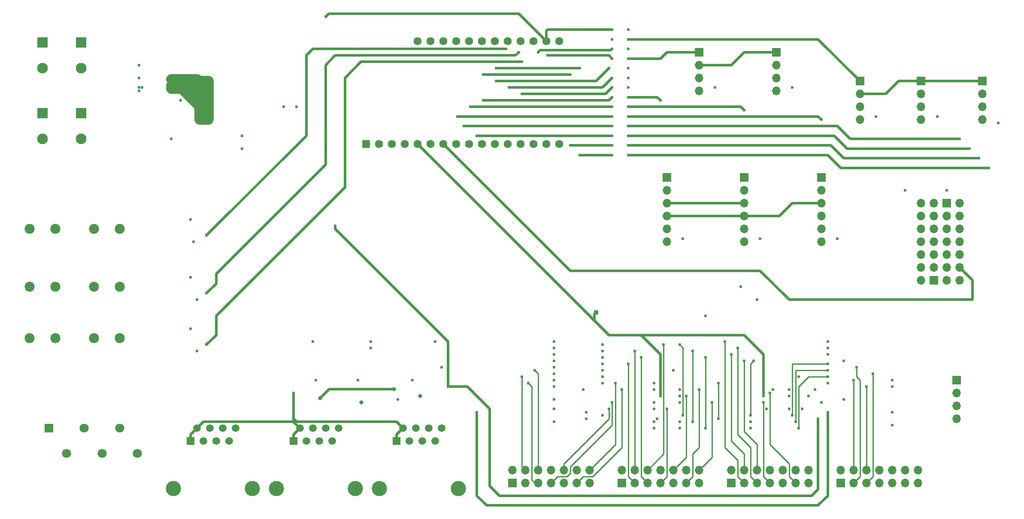
<source format=gbr>
G04 #@! TF.GenerationSoftware,KiCad,Pcbnew,(5.1.5)-3*
G04 #@! TF.CreationDate,2021-06-03T21:37:04-07:00*
G04 #@! TF.ProjectId,GrowController,47726f77-436f-46e7-9472-6f6c6c65722e,rev?*
G04 #@! TF.SameCoordinates,Original*
G04 #@! TF.FileFunction,Copper,L3,Inr*
G04 #@! TF.FilePolarity,Positive*
%FSLAX46Y46*%
G04 Gerber Fmt 4.6, Leading zero omitted, Abs format (unit mm)*
G04 Created by KiCad (PCBNEW (5.1.5)-3) date 2021-06-03 21:37:04*
%MOMM*%
%LPD*%
G04 APERTURE LIST*
%ADD10R,0.850000X0.850000*%
%ADD11R,1.700000X1.700000*%
%ADD12O,1.700000X1.700000*%
%ADD13C,3.000000*%
%ADD14C,1.500000*%
%ADD15R,1.500000X1.500000*%
%ADD16C,1.980000*%
%ADD17R,2.100000X2.100000*%
%ADD18C,2.100000*%
%ADD19R,1.800000X1.800000*%
%ADD20C,1.800000*%
%ADD21R,1.600000X1.600000*%
%ADD22C,1.600000*%
%ADD23C,0.600000*%
%ADD24C,0.800000*%
%ADD25C,2.000000*%
%ADD26C,0.250000*%
%ADD27C,0.500000*%
G04 APERTURE END LIST*
D10*
X167640000Y-110490000D03*
D11*
X172720000Y-144145000D03*
D12*
X172720000Y-141605000D03*
X175260000Y-144145000D03*
X175260000Y-141605000D03*
X177800000Y-144145000D03*
X177800000Y-141605000D03*
X180340000Y-144145000D03*
X180340000Y-141605000D03*
X182880000Y-144145000D03*
X182880000Y-141605000D03*
X185420000Y-144145000D03*
X185420000Y-141605000D03*
X187960000Y-144145000D03*
X187960000Y-141605000D03*
X209550000Y-141605000D03*
X209550000Y-144145000D03*
X207010000Y-141605000D03*
X207010000Y-144145000D03*
X204470000Y-141605000D03*
X204470000Y-144145000D03*
X201930000Y-141605000D03*
X201930000Y-144145000D03*
X199390000Y-141605000D03*
X199390000Y-144145000D03*
X196850000Y-141605000D03*
X196850000Y-144145000D03*
X194310000Y-141605000D03*
D11*
X194310000Y-144145000D03*
D12*
X231140000Y-141605000D03*
X231140000Y-144145000D03*
X228600000Y-141605000D03*
X228600000Y-144145000D03*
X226060000Y-141605000D03*
X226060000Y-144145000D03*
X223520000Y-141605000D03*
X223520000Y-144145000D03*
X220980000Y-141605000D03*
X220980000Y-144145000D03*
X218440000Y-141605000D03*
X218440000Y-144145000D03*
X215900000Y-141605000D03*
D11*
X215900000Y-144145000D03*
X151130000Y-144145000D03*
D12*
X151130000Y-141605000D03*
X153670000Y-144145000D03*
X153670000Y-141605000D03*
X156210000Y-144145000D03*
X156210000Y-141605000D03*
X158750000Y-144145000D03*
X158750000Y-141605000D03*
X161290000Y-144145000D03*
X161290000Y-141605000D03*
X163830000Y-144145000D03*
X163830000Y-141605000D03*
X166370000Y-144145000D03*
X166370000Y-141605000D03*
D13*
X120165000Y-145290000D03*
D14*
X110490000Y-135890000D03*
X113030000Y-135890000D03*
X111760000Y-133350000D03*
X115570000Y-135890000D03*
D15*
X107950000Y-135890000D03*
D14*
X109220000Y-133350000D03*
D13*
X104625000Y-145290000D03*
D14*
X116840000Y-133350000D03*
X114300000Y-133350000D03*
X93980000Y-133350000D03*
X96520000Y-133350000D03*
D13*
X84305000Y-145290000D03*
D14*
X88900000Y-133350000D03*
D15*
X87630000Y-135890000D03*
D14*
X95250000Y-135890000D03*
X91440000Y-133350000D03*
X92710000Y-135890000D03*
X90170000Y-135890000D03*
D13*
X99845000Y-145290000D03*
X140485000Y-145290000D03*
D14*
X130810000Y-135890000D03*
X133350000Y-135890000D03*
X132080000Y-133350000D03*
X135890000Y-135890000D03*
D15*
X128270000Y-135890000D03*
D14*
X129540000Y-133350000D03*
D13*
X124945000Y-145290000D03*
D14*
X137160000Y-133350000D03*
X134620000Y-133350000D03*
D16*
X60960000Y-93980000D03*
X55880000Y-93980000D03*
X68580000Y-93980000D03*
X73660000Y-93980000D03*
X60960000Y-105410000D03*
X55880000Y-105410000D03*
X68580000Y-105410000D03*
X73660000Y-105410000D03*
X60960000Y-115570000D03*
X55880000Y-115570000D03*
X73660000Y-115570000D03*
X68580000Y-115570000D03*
D11*
X234315000Y-104140000D03*
D12*
X231775000Y-104140000D03*
X234315000Y-101600000D03*
X231775000Y-101600000D03*
X234315000Y-99060000D03*
X231775000Y-99060000D03*
X234315000Y-96520000D03*
X231775000Y-96520000D03*
X234315000Y-93980000D03*
X231775000Y-93980000D03*
X234315000Y-91440000D03*
X231775000Y-91440000D03*
X234315000Y-88900000D03*
X231775000Y-88900000D03*
X239395000Y-104140000D03*
X236855000Y-104140000D03*
X239395000Y-101600000D03*
X236855000Y-101600000D03*
X239395000Y-99060000D03*
X236855000Y-99060000D03*
X239395000Y-96520000D03*
X236855000Y-96520000D03*
X239395000Y-93980000D03*
X236855000Y-93980000D03*
X239395000Y-91440000D03*
X236855000Y-91440000D03*
X239395000Y-88900000D03*
D11*
X236855000Y-88900000D03*
D12*
X203200000Y-66675000D03*
X203200000Y-64135000D03*
X203200000Y-61595000D03*
D11*
X203200000Y-59055000D03*
D12*
X187960000Y-66675000D03*
X187960000Y-64135000D03*
X187960000Y-61595000D03*
D11*
X187960000Y-59055000D03*
D12*
X231775000Y-72390000D03*
X231775000Y-69850000D03*
X231775000Y-67310000D03*
D11*
X231775000Y-64770000D03*
X243840000Y-64770000D03*
D12*
X243840000Y-67310000D03*
X243840000Y-69850000D03*
X243840000Y-72390000D03*
X219710000Y-72390000D03*
X219710000Y-69850000D03*
X219710000Y-67310000D03*
D11*
X219710000Y-64770000D03*
X181610000Y-83820000D03*
D12*
X181610000Y-86360000D03*
X181610000Y-88900000D03*
X181610000Y-91440000D03*
X181610000Y-93980000D03*
X181610000Y-96520000D03*
X196850000Y-96520000D03*
X196850000Y-93980000D03*
X196850000Y-91440000D03*
X196850000Y-88900000D03*
X196850000Y-86360000D03*
D11*
X196850000Y-83820000D03*
D12*
X212090000Y-96520000D03*
X212090000Y-93980000D03*
X212090000Y-91440000D03*
X212090000Y-88900000D03*
X212090000Y-86360000D03*
D11*
X212090000Y-83820000D03*
D17*
X66040000Y-71120000D03*
D18*
X66040000Y-76200000D03*
D17*
X58420000Y-71120000D03*
D18*
X58420000Y-76200000D03*
X58420000Y-62230000D03*
D17*
X58420000Y-57150000D03*
D18*
X66040000Y-62230000D03*
D17*
X66040000Y-57150000D03*
D19*
X59690000Y-133350000D03*
D20*
X63190000Y-138350000D03*
X66690000Y-133350000D03*
X70190000Y-138350000D03*
X73690000Y-133350000D03*
X77190000Y-138350000D03*
D21*
X122301000Y-77216000D03*
D22*
X157861000Y-56896000D03*
X132461000Y-56896000D03*
X132461000Y-77216000D03*
X145161000Y-56896000D03*
X147701000Y-77216000D03*
X160401000Y-77216000D03*
X152781000Y-77216000D03*
X155321000Y-56896000D03*
X147701000Y-56896000D03*
X137541000Y-77216000D03*
X135001000Y-56896000D03*
X142621000Y-56896000D03*
X140081000Y-56896000D03*
X137541000Y-56896000D03*
X135001000Y-77216000D03*
X142621000Y-77216000D03*
X155321000Y-77216000D03*
X140081000Y-77216000D03*
X150241000Y-77216000D03*
X157861000Y-77216000D03*
X129921000Y-77216000D03*
X160401000Y-56896000D03*
X145161000Y-77216000D03*
X152781000Y-56896000D03*
X150241000Y-56896000D03*
X124841000Y-77216000D03*
X127381000Y-77216000D03*
D11*
X238760000Y-123825000D03*
D12*
X238760000Y-126365000D03*
X238760000Y-128905000D03*
X238760000Y-131445000D03*
D23*
X87630000Y-92075000D03*
X87630000Y-103505000D03*
X87630000Y-113665000D03*
X88900000Y-118110000D03*
X88900000Y-107950000D03*
X88265000Y-96520000D03*
X120650000Y-123825000D03*
X112395000Y-123825000D03*
X123190000Y-117475000D03*
X123190000Y-116205000D03*
X111760000Y-116205000D03*
X128577880Y-127635000D03*
X137160000Y-121285000D03*
X159385000Y-127635000D03*
X165735000Y-130175000D03*
X165735000Y-131445000D03*
X168910000Y-130810000D03*
X179070000Y-132080000D03*
X179070000Y-133350000D03*
X182880000Y-121920000D03*
X198120000Y-132080000D03*
X198120000Y-133350000D03*
X216535000Y-127635000D03*
X226060000Y-130175000D03*
X226060000Y-132715000D03*
X189230000Y-111125000D03*
X196215000Y-105410000D03*
X199390000Y-107950000D03*
X77470000Y-61595000D03*
X77470000Y-64135000D03*
X77470000Y-66675000D03*
X85725000Y-68580000D03*
X83820000Y-76200000D03*
X97790000Y-75565000D03*
X97790000Y-78105000D03*
X106045000Y-69850000D03*
X108585000Y-69850000D03*
X77470000Y-66040000D03*
X78105000Y-66040000D03*
X191135000Y-66040000D03*
X206375000Y-66040000D03*
X222885000Y-71755000D03*
X234950000Y-71755000D03*
X247015000Y-73025000D03*
X184785000Y-95885000D03*
X200025000Y-95885000D03*
X215265000Y-95885000D03*
X228600000Y-86360000D03*
X236855000Y-86360000D03*
X135890000Y-116205000D03*
X207645000Y-123190000D03*
D24*
X83820000Y-65405000D03*
X83820000Y-64135000D03*
X83820000Y-66675000D03*
X89154000Y-72390000D03*
X89154000Y-70231000D03*
X89154000Y-68072000D03*
X89154000Y-65786000D03*
X90170000Y-64770000D03*
X90170000Y-66675000D03*
X90170000Y-69215000D03*
X90170000Y-71374000D03*
X91186000Y-72390000D03*
X91186000Y-70104000D03*
X91186000Y-68199000D03*
X91186000Y-65659000D03*
D23*
X168910000Y-120650000D03*
X173990000Y-120650000D03*
X168910000Y-116840000D03*
X180975000Y-116840000D03*
X181610000Y-129540000D03*
X185420000Y-127000000D03*
X184150000Y-127000000D03*
X187960000Y-125730000D03*
X184150000Y-125730000D03*
X190500000Y-128270000D03*
X184150000Y-128270000D03*
X202565000Y-125730000D03*
X201930000Y-126365000D03*
X201295000Y-129540000D03*
X200660000Y-128270000D03*
X159385000Y-120015000D03*
X196850000Y-120015000D03*
X159400000Y-116200000D03*
X193040000Y-116205000D03*
X212090000Y-128270000D03*
X210820000Y-125730000D03*
X205740000Y-125730000D03*
X209550000Y-127000000D03*
X205740000Y-127000000D03*
X208280000Y-129540000D03*
X205740000Y-129540000D03*
X159385000Y-125095000D03*
X220980000Y-125095000D03*
X159385000Y-121285000D03*
X219075000Y-121285000D03*
X165100000Y-125730000D03*
X168910000Y-121920000D03*
X155575000Y-121920000D03*
X170815000Y-128270000D03*
X179070000Y-128270000D03*
X170180000Y-129540000D03*
X179070000Y-129540000D03*
X172720000Y-125730000D03*
X179070000Y-125730000D03*
X171450000Y-124460000D03*
X179070000Y-124460000D03*
X173990000Y-79375000D03*
X245110000Y-81915000D03*
X173990000Y-77470000D03*
X243205000Y-80010000D03*
X173990000Y-75565000D03*
X241300000Y-78105000D03*
X173990000Y-73660000D03*
X239395000Y-76200000D03*
X173990000Y-58420000D03*
X173990000Y-60325000D03*
X173990000Y-56515000D03*
X173990000Y-54610000D03*
X173990000Y-66040000D03*
X173990000Y-64135000D03*
X173990000Y-62230000D03*
X173990000Y-69850000D03*
X196850000Y-70485000D03*
X173990000Y-71755000D03*
X212090000Y-72390000D03*
X211455000Y-131445000D03*
X146685000Y-131445000D03*
X159385000Y-132080000D03*
X170815000Y-56515000D03*
X116205000Y-93345000D03*
X138430000Y-125095000D03*
X213360000Y-130175000D03*
X144145000Y-130175000D03*
X159385000Y-129540000D03*
X131445000Y-123825000D03*
X170815000Y-54610000D03*
X114300000Y-52070000D03*
X149860000Y-58420000D03*
X90805000Y-95250000D03*
X152400000Y-59055000D03*
X90805000Y-106680000D03*
X153035000Y-60960000D03*
X90805000Y-116840000D03*
X170815000Y-58420000D03*
X156210000Y-59055000D03*
X170815000Y-60325000D03*
X158115000Y-59690000D03*
X170180000Y-62230000D03*
X147955000Y-64770000D03*
X170815000Y-64135000D03*
X150495000Y-66040000D03*
X170815000Y-66040000D03*
X153035000Y-67310000D03*
X170815000Y-69850000D03*
X142875000Y-69850000D03*
X170815000Y-71755000D03*
X140335000Y-71755000D03*
X170815000Y-73660000D03*
X141605000Y-73660000D03*
X170815000Y-75565000D03*
X144145000Y-75565000D03*
X170815000Y-77470000D03*
X162560000Y-77470000D03*
X145415000Y-63500000D03*
X162560000Y-63500000D03*
X170815000Y-79375000D03*
X164465000Y-79375000D03*
X147955000Y-62230000D03*
X164465000Y-62230000D03*
X180340000Y-127000000D03*
X200660000Y-127000000D03*
X159385000Y-117475000D03*
X195580000Y-117475000D03*
X159385000Y-118745000D03*
X194310000Y-118745000D03*
X159385000Y-122555000D03*
X222250000Y-122555000D03*
X159385000Y-123825000D03*
X218440000Y-123825000D03*
X168910000Y-124460000D03*
X154305000Y-124460000D03*
X168910000Y-123190000D03*
X153035000Y-123190000D03*
X168910000Y-119380000D03*
X176530000Y-119380000D03*
X168910000Y-118110000D03*
X175260000Y-118110000D03*
X107950000Y-126365000D03*
D24*
X127800000Y-125600000D03*
X113200000Y-127400000D03*
X133000000Y-127000000D03*
X121400000Y-128270000D03*
D23*
X173990000Y-67945000D03*
X180340000Y-68580000D03*
X170815000Y-67945000D03*
X145415000Y-68580000D03*
X226060000Y-123825000D03*
X226060000Y-125095000D03*
X213360000Y-124460000D03*
X191770000Y-124460000D03*
X191770000Y-131445000D03*
X179705000Y-131445000D03*
X213360000Y-123190000D03*
X207645000Y-133350000D03*
X213360000Y-121920000D03*
X207010000Y-132080000D03*
X213360000Y-120650000D03*
X206375000Y-130810000D03*
X198120000Y-130810000D03*
X198755000Y-120015000D03*
X216535000Y-120015000D03*
X189230000Y-133350000D03*
X189230000Y-119380000D03*
X213360000Y-118745000D03*
X184150000Y-133350000D03*
X186690000Y-132080000D03*
X186690000Y-118110000D03*
X213360000Y-117475000D03*
X184150000Y-132080000D03*
X184150000Y-116840000D03*
X213360000Y-116205000D03*
X184785000Y-130810000D03*
D25*
X86487000Y-64389000D02*
X90043000Y-67945000D01*
X86487000Y-65659000D02*
X90043000Y-69215000D01*
X83820000Y-64389000D02*
X85852000Y-64389000D01*
X83820000Y-65659000D02*
X85852000Y-65659000D01*
X89154000Y-64770000D02*
X89154000Y-65786000D01*
X91186000Y-64770000D02*
X89154000Y-64770000D01*
X83820000Y-66294000D02*
X85852000Y-66294000D01*
X89408000Y-72390000D02*
X91186000Y-72390000D01*
X85852000Y-66294000D02*
X89408000Y-69850000D01*
X89408000Y-69850000D02*
X89408000Y-72390000D01*
X91186000Y-72390000D02*
X91186000Y-64770000D01*
X90170000Y-65786000D02*
X90170000Y-66675000D01*
X85090000Y-64389000D02*
X89027000Y-64389000D01*
D26*
X173990000Y-142875000D02*
X175260000Y-144145000D01*
X173990000Y-120650000D02*
X173990000Y-142875000D01*
X180975000Y-138430000D02*
X177800000Y-141605000D01*
X180975000Y-116840000D02*
X180975000Y-138430000D01*
X181610000Y-142875000D02*
X180340000Y-144145000D01*
X181610000Y-129540000D02*
X181610000Y-142875000D01*
X185420000Y-139065000D02*
X182880000Y-141605000D01*
X185420000Y-127000000D02*
X185420000Y-139065000D01*
X186690000Y-142875000D02*
X185420000Y-144145000D01*
X187960000Y-125730000D02*
X187960000Y-137160000D01*
X186690000Y-138430000D02*
X186690000Y-142875000D01*
X187960000Y-137160000D02*
X186690000Y-138430000D01*
X190500000Y-139065000D02*
X187960000Y-141605000D01*
X190500000Y-128270000D02*
X190500000Y-139065000D01*
X201930000Y-126365000D02*
X201930000Y-136525000D01*
X201930000Y-136525000D02*
X205740000Y-140335000D01*
X205740000Y-140335000D02*
X205740000Y-142875000D01*
X205740000Y-142875000D02*
X207010000Y-144145000D01*
X200660000Y-142875000D02*
X201930000Y-144145000D01*
X200660000Y-128270000D02*
X200660000Y-142875000D01*
X199390000Y-136525000D02*
X199390000Y-141605000D01*
X196850000Y-120015000D02*
X196850000Y-133985000D01*
X196850000Y-133985000D02*
X199390000Y-136525000D01*
X195580000Y-142875000D02*
X196850000Y-144145000D01*
X195580000Y-139700000D02*
X195580000Y-142875000D01*
X193040000Y-116205000D02*
X193040000Y-137160000D01*
X193040000Y-137160000D02*
X195580000Y-139700000D01*
X220980000Y-125095000D02*
X220980000Y-141605000D01*
X219075000Y-121285000D02*
X219075000Y-123190000D01*
X219075000Y-123190000D02*
X219710000Y-123825000D01*
X219710000Y-142875000D02*
X218440000Y-144145000D01*
X219710000Y-123825000D02*
X219710000Y-142875000D01*
X156210000Y-141605000D02*
X156210000Y-122555000D01*
X156210000Y-122555000D02*
X155575000Y-121920000D01*
X160020000Y-142875000D02*
X158750000Y-144145000D01*
X161925000Y-142875000D02*
X160020000Y-142875000D01*
X170815000Y-128270000D02*
X170815000Y-132715000D01*
X162560000Y-140970000D02*
X162560000Y-142240000D01*
X170815000Y-132715000D02*
X162560000Y-140970000D01*
X162560000Y-142240000D02*
X161925000Y-142875000D01*
X170180000Y-129540000D02*
X170180000Y-131445000D01*
X161290000Y-140335000D02*
X161290000Y-141605000D01*
X170180000Y-131445000D02*
X161290000Y-140335000D01*
X165100000Y-142875000D02*
X163830000Y-144145000D01*
X172720000Y-137160000D02*
X167005000Y-142875000D01*
X172720000Y-125730000D02*
X172720000Y-137160000D01*
X167005000Y-142875000D02*
X165100000Y-142875000D01*
X171450000Y-136525000D02*
X166370000Y-141605000D01*
X171450000Y-124460000D02*
X171450000Y-136525000D01*
D27*
X137858500Y-77216000D02*
X137541000Y-77216000D01*
X241935000Y-104140000D02*
X239395000Y-101600000D01*
X162560000Y-102235000D02*
X200025000Y-102235000D01*
X241935000Y-107950000D02*
X241935000Y-104140000D01*
X137541000Y-77216000D02*
X162560000Y-102235000D01*
X200025000Y-102235000D02*
X205740000Y-107950000D01*
X205740000Y-107950000D02*
X241935000Y-107950000D01*
X213360000Y-79375000D02*
X173990000Y-79375000D01*
X215900000Y-81915000D02*
X213360000Y-79375000D01*
X245110000Y-81915000D02*
X215900000Y-81915000D01*
X241300000Y-80010000D02*
X241300000Y-80010000D01*
X213995000Y-77470000D02*
X173990000Y-77470000D01*
X216535000Y-80010000D02*
X213995000Y-77470000D01*
X243205000Y-80010000D02*
X216535000Y-80010000D01*
X214630000Y-75565000D02*
X173990000Y-75565000D01*
X217170000Y-78105000D02*
X214630000Y-75565000D01*
X241300000Y-78105000D02*
X217170000Y-78105000D01*
X238760000Y-76200000D02*
X238760000Y-76200000D01*
X215265000Y-73660000D02*
X173990000Y-73660000D01*
X217805000Y-76200000D02*
X215265000Y-73660000D01*
X239395000Y-76200000D02*
X217805000Y-76200000D01*
X187960000Y-61595000D02*
X194310000Y-61595000D01*
X196850000Y-59055000D02*
X203200000Y-59055000D01*
X194310000Y-61595000D02*
X196850000Y-59055000D01*
X173990000Y-60325000D02*
X180340000Y-60325000D01*
X181610000Y-59055000D02*
X187960000Y-59055000D01*
X180340000Y-60325000D02*
X181610000Y-59055000D01*
X211455000Y-56515000D02*
X219710000Y-64770000D01*
X173990000Y-56515000D02*
X211455000Y-56515000D01*
X219710000Y-67310000D02*
X224790000Y-67310000D01*
X227330000Y-64770000D02*
X243840000Y-64770000D01*
X224790000Y-67310000D02*
X227330000Y-64770000D01*
X181610000Y-91440000D02*
X196850000Y-91440000D01*
X196850000Y-91440000D02*
X203835000Y-91440000D01*
X206375000Y-88900000D02*
X212090000Y-88900000D01*
X203835000Y-91440000D02*
X206375000Y-88900000D01*
X181610000Y-88900000D02*
X196850000Y-88900000D01*
X173990000Y-69850000D02*
X196215000Y-69850000D01*
X196215000Y-69850000D02*
X196850000Y-70485000D01*
X173990000Y-71755000D02*
X211455000Y-71755000D01*
X211455000Y-71755000D02*
X212090000Y-72390000D01*
X211455000Y-145415000D02*
X211455000Y-131445000D01*
X146685000Y-131445000D02*
X146685000Y-144780000D01*
X148590000Y-146685000D02*
X210185000Y-146685000D01*
X210185000Y-146685000D02*
X211455000Y-145415000D01*
X146685000Y-144780000D02*
X148590000Y-146685000D01*
X116205000Y-93980000D02*
X116205000Y-93345000D01*
X138430000Y-125095000D02*
X138430000Y-116205000D01*
X138430000Y-125095000D02*
X142240000Y-125095000D01*
X138430000Y-116205000D02*
X116205000Y-93980000D01*
X142240000Y-125095000D02*
X146685000Y-129540000D01*
X146685000Y-129540000D02*
X146685000Y-131445000D01*
X213360000Y-146685000D02*
X213360000Y-130175000D01*
X144145000Y-130175000D02*
X144145000Y-146685000D01*
X211455000Y-148590000D02*
X213360000Y-146685000D01*
X144145000Y-146685000D02*
X146050000Y-148590000D01*
X146050000Y-148590000D02*
X211455000Y-148590000D01*
X157861000Y-56896000D02*
X157861000Y-54864000D01*
X157861000Y-54864000D02*
X158115000Y-54610000D01*
X158115000Y-54610000D02*
X170815000Y-54610000D01*
X152400000Y-51435000D02*
X157861000Y-56896000D01*
X114300000Y-52070000D02*
X114935000Y-51435000D01*
X114935000Y-51435000D02*
X152400000Y-51435000D01*
X110490000Y-59690000D02*
X110490000Y-75565000D01*
X149860000Y-58420000D02*
X111760000Y-58420000D01*
X110490000Y-75565000D02*
X90805000Y-95250000D01*
X111760000Y-58420000D02*
X110490000Y-59690000D01*
X92710000Y-102870000D02*
X92710000Y-104775000D01*
X151765000Y-59690000D02*
X116205000Y-59690000D01*
X152400000Y-59055000D02*
X151765000Y-59690000D01*
X92710000Y-104775000D02*
X90805000Y-106680000D01*
X116205000Y-59690000D02*
X114300000Y-61595000D01*
X114300000Y-81280000D02*
X92710000Y-102870000D01*
X114300000Y-61595000D02*
X114300000Y-81280000D01*
X92710000Y-114935000D02*
X90805000Y-116840000D01*
X121285000Y-60960000D02*
X118110000Y-64135000D01*
X153035000Y-60960000D02*
X121285000Y-60960000D01*
X118110000Y-85725000D02*
X92710000Y-111125000D01*
X118110000Y-64135000D02*
X118110000Y-85725000D01*
X92710000Y-111125000D02*
X92710000Y-114935000D01*
X170561000Y-58674000D02*
X170815000Y-58420000D01*
X156210000Y-59055000D02*
X156591000Y-58674000D01*
X156591000Y-58674000D02*
X170561000Y-58674000D01*
X170180000Y-59690000D02*
X170815000Y-60325000D01*
X158115000Y-59690000D02*
X170180000Y-59690000D01*
X167640000Y-64770000D02*
X170180000Y-62230000D01*
X147955000Y-64770000D02*
X167640000Y-64770000D01*
X168910000Y-66040000D02*
X170815000Y-64135000D01*
X150495000Y-66040000D02*
X168910000Y-66040000D01*
X169545000Y-67310000D02*
X170815000Y-66040000D01*
X153035000Y-67310000D02*
X169545000Y-67310000D01*
X170815000Y-69850000D02*
X142875000Y-69850000D01*
X170815000Y-71755000D02*
X140335000Y-71755000D01*
X170815000Y-73660000D02*
X141605000Y-73660000D01*
X170815000Y-75565000D02*
X144145000Y-75565000D01*
X170815000Y-77470000D02*
X162560000Y-77470000D01*
X162560000Y-63500000D02*
X145415000Y-63500000D01*
X170815000Y-79375000D02*
X164465000Y-79375000D01*
X164465000Y-62230000D02*
X147955000Y-62230000D01*
X176530000Y-114935000D02*
X180340000Y-118745000D01*
X180340000Y-118745000D02*
X180340000Y-127000000D01*
X196850000Y-114935000D02*
X176530000Y-114935000D01*
X200660000Y-127000000D02*
X200660000Y-118745000D01*
X200660000Y-118745000D02*
X196850000Y-114935000D01*
X176530000Y-114935000D02*
X170180000Y-114935000D01*
X167322500Y-112077500D02*
X132461000Y-77216000D01*
X170180000Y-114935000D02*
X167322500Y-112077500D01*
X167322500Y-110807500D02*
X167640000Y-110490000D01*
X167322500Y-112077500D02*
X167322500Y-110807500D01*
D26*
X198120000Y-142875000D02*
X199390000Y-144145000D01*
X198120000Y-137160000D02*
X198120000Y-142875000D01*
X195580000Y-117475000D02*
X195580000Y-134620000D01*
X195580000Y-134620000D02*
X198120000Y-137160000D01*
X194310000Y-118745000D02*
X194310000Y-135890000D01*
X196850000Y-138430000D02*
X196850000Y-141605000D01*
X194310000Y-135890000D02*
X196850000Y-138430000D01*
X222250000Y-142875000D02*
X220980000Y-144145000D01*
X222250000Y-122555000D02*
X222250000Y-142875000D01*
X218440000Y-141605000D02*
X218440000Y-123825000D01*
X156210000Y-144145000D02*
X155575000Y-144145000D01*
X155575000Y-144145000D02*
X154940000Y-143510000D01*
X154940000Y-125095000D02*
X154305000Y-124460000D01*
X154940000Y-143510000D02*
X154940000Y-125095000D01*
X153035000Y-140970000D02*
X153670000Y-141605000D01*
X153035000Y-123190000D02*
X153035000Y-140970000D01*
X176530000Y-142875000D02*
X177800000Y-144145000D01*
X176530000Y-119380000D02*
X176530000Y-142875000D01*
X175260000Y-118110000D02*
X175260000Y-141605000D01*
D27*
X128270000Y-134620000D02*
X129540000Y-133350000D01*
X128270000Y-135890000D02*
X128270000Y-134620000D01*
X107950000Y-134620000D02*
X109220000Y-133350000D01*
X107950000Y-135890000D02*
X107950000Y-134620000D01*
X87630000Y-134620000D02*
X88900000Y-133350000D01*
X87630000Y-135890000D02*
X87630000Y-134620000D01*
X127800000Y-125600000D02*
X115000000Y-125600000D01*
X115000000Y-125600000D02*
X113200000Y-127400000D01*
X107950000Y-127192500D02*
X107950000Y-132080000D01*
X90170000Y-132080000D02*
X88900000Y-133350000D01*
X107950000Y-132080000D02*
X90170000Y-132080000D01*
X128270000Y-132080000D02*
X129540000Y-133350000D01*
X108585000Y-132080000D02*
X128270000Y-132080000D01*
X107950000Y-127450000D02*
X107950000Y-131445000D01*
X107950000Y-131445000D02*
X108585000Y-132080000D01*
X108000000Y-126415000D02*
X107950000Y-126365000D01*
X109220000Y-133350000D02*
X108000000Y-132130000D01*
X108000000Y-132130000D02*
X108000000Y-126415000D01*
X173990000Y-67945000D02*
X179705000Y-67945000D01*
X179705000Y-67945000D02*
X180340000Y-68580000D01*
X170180000Y-68580000D02*
X145415000Y-68580000D01*
X170815000Y-67945000D02*
X170180000Y-68580000D01*
D26*
X191770000Y-124460000D02*
X191770000Y-131445000D01*
X209550000Y-123190000D02*
X213360000Y-123190000D01*
X207645000Y-133350000D02*
X207645000Y-125095000D01*
X207645000Y-125095000D02*
X209550000Y-123190000D01*
X207010000Y-121920000D02*
X213360000Y-121920000D01*
X207010000Y-132080000D02*
X207010000Y-121920000D01*
X206375000Y-120650000D02*
X213360000Y-120650000D01*
X206375000Y-130810000D02*
X206375000Y-120650000D01*
X198120000Y-130810000D02*
X198120000Y-120650000D01*
X198120000Y-120650000D02*
X198755000Y-120015000D01*
X189230000Y-119380000D02*
X189230000Y-133350000D01*
X186690000Y-118110000D02*
X186690000Y-132080000D01*
X184785000Y-117475000D02*
X184150000Y-116840000D01*
X184785000Y-130810000D02*
X184785000Y-117475000D01*
M02*

</source>
